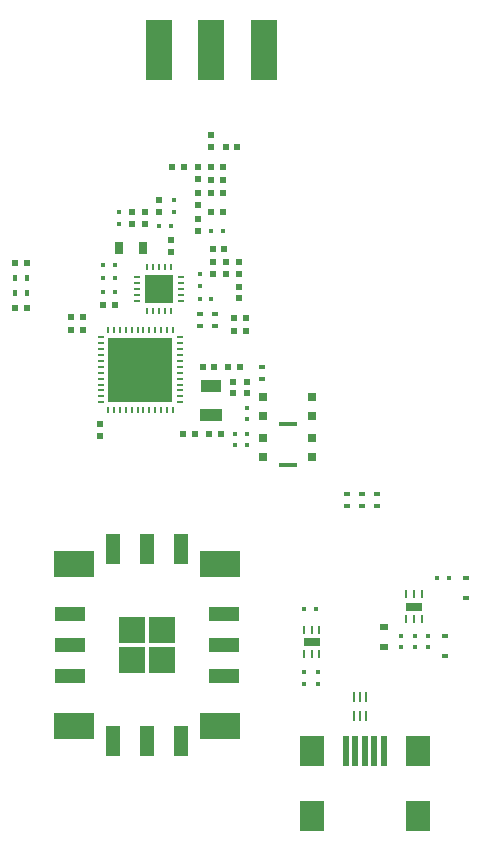
<source format=gbr>
G04 DipTrace 2.3.1.0*
%INTopPaste.gbr*%
%MOMM*%
%ADD25R,0.55X0.55*%
%ADD29R,2.4X2.4*%
%ADD30R,0.5X2.5*%
%ADD31R,2.0X2.5*%
%ADD33R,0.75X0.55*%
%ADD39R,2.286X5.08*%
%ADD45R,0.5X0.25*%
%ADD48R,0.25X0.5*%
%ADD50R,5.4X5.4*%
%ADD53R,0.25X0.95*%
%ADD56R,0.25X0.65*%
%ADD58R,1.4X0.8*%
%ADD59R,1.9X1.1*%
%ADD60R,1.8X1.0*%
%ADD73R,0.55X0.45*%
%ADD84R,0.1X0.35*%
%ADD88R,1.5X0.4*%
%ADD90R,0.7X0.8*%
%ADD95R,0.8X1.0*%
%ADD99R,0.5X0.4*%
%ADD101R,0.4X0.5*%
%ADD103R,0.6X0.4*%
%ADD108R,2.2X2.2*%
%ADD110R,3.4X2.2*%
%ADD112R,1.2X2.6*%
%ADD114R,2.6X1.2*%
%ADD116R,0.4X0.4*%
%FSLAX53Y53*%
G04*
G71*
G90*
G75*
G01*
%LNTopPaste*%
%LPD*%
D25*
X26100Y53350D3*
X25100D3*
X26100Y54450D3*
X25100D3*
X27600Y45400D3*
Y44400D3*
X34600Y44600D3*
X35600D3*
X39450Y50200D3*
X38450D3*
X36250D3*
X37250D3*
X37800Y44600D3*
X36800D3*
X38850Y49000D3*
Y48000D3*
D116*
X56100Y32350D3*
X57100D3*
X55350Y27500D3*
Y26500D3*
X40050Y46800D3*
Y45800D3*
Y43600D3*
Y44600D3*
D25*
X28850Y55500D3*
X27850D3*
X37000Y63350D3*
X38000D3*
X37000Y64950D3*
X38000D3*
X34700Y67150D3*
X33700D3*
X39300Y57050D3*
Y56050D3*
X38200Y58100D3*
Y59100D3*
X37100Y58100D3*
Y59100D3*
X39200Y68850D3*
X38200D3*
X37000D3*
Y69850D3*
X38900Y53300D3*
X39900D3*
X38900Y54350D3*
X39900D3*
X32600Y63350D3*
Y64350D3*
X31400Y63350D3*
Y62350D3*
X30300Y63350D3*
Y62350D3*
X38000Y67150D3*
X37000D3*
D116*
X38000Y61750D3*
X37000D3*
X36000Y56000D3*
X37000D3*
X28850Y56550D3*
X27850D3*
X28850Y57800D3*
X27850D3*
X28850Y58850D3*
X27850D3*
X44850Y29750D3*
X45850D3*
X44850Y24400D3*
Y23400D3*
X46050Y24400D3*
Y23400D3*
D114*
X25000Y26700D3*
Y24100D3*
Y29300D3*
X38100Y26700D3*
Y24100D3*
Y29300D3*
D112*
X31550Y18550D3*
X34450D3*
X28650D3*
X31550Y34850D3*
X34450D3*
X28650D3*
D110*
X37700Y19850D3*
X25400D3*
Y33550D3*
X37700D3*
D108*
X30250Y25400D3*
Y28000D3*
X32850D3*
Y25400D3*
D30*
X50000Y17725D3*
X49200D3*
X51600D3*
X50800D3*
D31*
X54500Y12225D3*
X45500D3*
X54500Y17725D3*
X45500D3*
D30*
X48400D3*
D103*
X58550Y32350D3*
Y30650D3*
X56800Y27450D3*
Y25750D3*
D33*
X51650Y28250D3*
Y26550D3*
D101*
X21350Y57800D3*
X20350D3*
X21350Y56500D3*
X20350D3*
D99*
X51050Y39500D3*
Y38500D3*
X41300Y49200D3*
Y50200D3*
X48450Y39500D3*
Y38500D3*
X49750Y39500D3*
Y38500D3*
D25*
X33600Y60950D3*
Y59950D3*
X35900Y61750D3*
Y62750D3*
Y63950D3*
Y64950D3*
Y66150D3*
Y67150D3*
X39300Y58100D3*
Y59100D3*
X37100Y60200D3*
X38100D3*
D116*
X36000Y57100D3*
Y58100D3*
D95*
X31200Y60350D3*
X29200D3*
D116*
Y62350D3*
Y63350D3*
D25*
X38000Y66050D3*
X37000D3*
D39*
Y77050D3*
X41420D3*
X32580D3*
D25*
X40050Y49000D3*
Y48000D3*
D116*
X54250Y26500D3*
Y27500D3*
X53050Y26500D3*
Y27500D3*
D25*
X21350Y59050D3*
X20350D3*
X21350Y55250D3*
X20350D3*
D116*
X39000Y44600D3*
Y43600D3*
X33600Y62150D3*
X32600D3*
X33800Y64350D3*
Y63350D3*
D90*
X41400Y46100D3*
Y47700D3*
X45500Y46100D3*
Y47700D3*
D88*
X43450Y45400D3*
D90*
X41400Y42650D3*
Y44250D3*
X45500Y42650D3*
Y44250D3*
D88*
X43450Y41950D3*
D45*
X34375Y47250D3*
Y47750D3*
Y48250D3*
Y48750D3*
Y49250D3*
Y49750D3*
Y50250D3*
Y50750D3*
Y51250D3*
Y51750D3*
Y52250D3*
Y52750D3*
D48*
X33750Y53375D3*
X33250D3*
X32750D3*
X32250D3*
X31750D3*
X31250D3*
X30750D3*
X30250D3*
X29750D3*
X29250D3*
X28750D3*
X28250D3*
D45*
X27625Y52750D3*
Y52250D3*
Y51750D3*
Y51250D3*
Y50750D3*
Y50250D3*
Y49750D3*
Y49250D3*
Y48750D3*
Y48250D3*
Y47750D3*
Y47250D3*
D48*
X28250Y46625D3*
X28750D3*
X29250D3*
X29750D3*
X30250D3*
X30750D3*
X31250D3*
X31750D3*
X32250D3*
X32750D3*
X33250D3*
X33750D3*
D50*
X31000Y50000D3*
D48*
X31550Y54975D3*
X32050D3*
X32550D3*
X33050D3*
X33550D3*
D45*
X34425Y55850D3*
Y56350D3*
Y56850D3*
Y57350D3*
Y57850D3*
D48*
X33550Y58725D3*
X33050D3*
X32550D3*
X32050D3*
X31550D3*
D45*
X30675Y57850D3*
Y57350D3*
Y56850D3*
Y56350D3*
Y55850D3*
D29*
X32550Y56850D3*
D53*
X49100Y20700D3*
X49600D3*
X50100D3*
Y22320D3*
X49600D3*
X49100D3*
D56*
X54800Y31000D3*
X54150D3*
X53500D3*
Y28900D3*
X54150D3*
X54800D3*
D58*
X54150Y29950D3*
D84*
X56950Y28850D3*
X56450D3*
X55950D3*
Y29650D3*
X56450D3*
X56950D3*
D56*
X44850Y25900D3*
X45500D3*
X46150D3*
Y28000D3*
X45500D3*
X44850D3*
D58*
X45500Y26950D3*
D59*
X36950Y46150D3*
D60*
Y48650D3*
D73*
X36050Y54700D3*
Y53700D3*
X37350Y54700D3*
Y53700D3*
M02*

</source>
